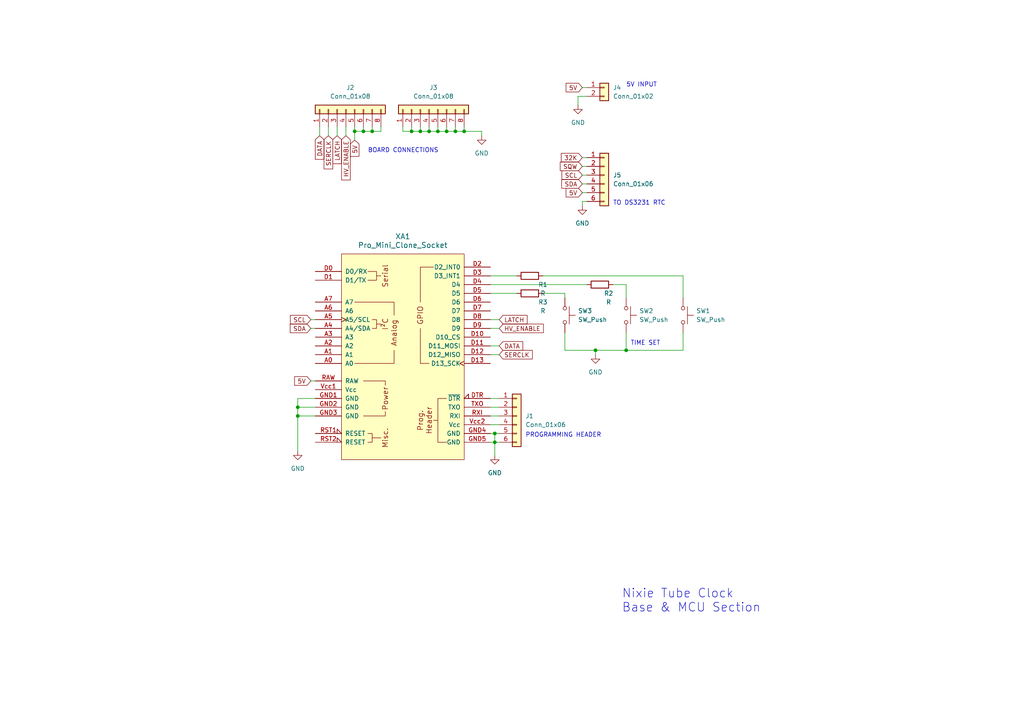
<source format=kicad_sch>
(kicad_sch (version 20230121) (generator eeschema)
  (paper "A4")
  (lib_symbols
    (symbol "Connector_Generic:Conn_01x02" (pin_names (offset 1.016) hide)
      (property "Reference" "J" (at 0 2.54 0))
      (property "Value" "Conn_01x02" (at 0 -5.08 0))
      (symbol "Conn_01x02_1_1"
        (rectangle (start -1.27 -2.413) (end 0 -2.667) (stroke (width 0.1524)))
        (rectangle (start -1.27 0.127) (end 0 -0.127) (stroke (width 0.1524)))
        (rectangle (start -1.27 1.27) (end 1.27 -3.81) (stroke (width 0.254)) (fill (type background)))
        (pin passive line (at -5.08 0 0) (length 3.81) (name "Pin_1") (number "1"))
        (pin passive line (at -5.08 -2.54 0) (length 3.81) (name "Pin_2") (number "2"))
      )
    )
    (symbol "Connector_Generic:Conn_01x06" (pin_names (offset 1.016) hide)
      (property "Reference" "J" (at 0 7.62 0))
      (property "Value" "Conn_01x06" (at 0 -10.16 0))
      (symbol "Conn_01x06_1_1"
        (rectangle (start -1.27 -7.493) (end 0 -7.747) (stroke (width 0.1524)))
        (rectangle (start -1.27 -4.953) (end 0 -5.207) (stroke (width 0.1524)))
        (rectangle (start -1.27 -2.413) (end 0 -2.667) (stroke (width 0.1524)))
        (rectangle (start -1.27 0.127) (end 0 -0.127) (stroke (width 0.1524)))
        (rectangle (start -1.27 2.667) (end 0 2.413) (stroke (width 0.1524)))
        (rectangle (start -1.27 5.207) (end 0 4.953) (stroke (width 0.1524)))
        (rectangle (start -1.27 6.35) (end 1.27 -8.89) (stroke (width 0.254)) (fill (type background)))
        (pin passive line (at -5.08 5.08 0) (length 3.81) (name "Pin_1") (number "1"))
        (pin passive line (at -5.08 2.54 0) (length 3.81) (name "Pin_2") (number "2"))
        (pin passive line (at -5.08 0 0) (length 3.81) (name "Pin_3") (number "3"))
        (pin passive line (at -5.08 -2.54 0) (length 3.81) (name "Pin_4") (number "4"))
        (pin passive line (at -5.08 -5.08 0) (length 3.81) (name "Pin_5") (number "5"))
        (pin passive line (at -5.08 -7.62 0) (length 3.81) (name "Pin_6") (number "6"))
      )
    )
    (symbol "Connector_Generic:Conn_01x08" (pin_names (offset 1.016) hide)
      (property "Reference" "J" (at 0 10.16 0))
      (property "Value" "Conn_01x08" (at 0 -12.7 0))
      (symbol "Conn_01x08_1_1"
        (rectangle (start -1.27 -10.033) (end 0 -10.287) (stroke (width 0.1524)))
        (rectangle (start -1.27 -7.493) (end 0 -7.747) (stroke (width 0.1524)))
        (rectangle (start -1.27 -4.953) (end 0 -5.207) (stroke (width 0.1524)))
        (rectangle (start -1.27 -2.413) (end 0 -2.667) (stroke (width 0.1524)))
        (rectangle (start -1.27 0.127) (end 0 -0.127) (stroke (width 0.1524)))
        (rectangle (start -1.27 2.667) (end 0 2.413) (stroke (width 0.1524)))
        (rectangle (start -1.27 5.207) (end 0 4.953) (stroke (width 0.1524)))
        (rectangle (start -1.27 7.747) (end 0 7.493) (stroke (width 0.1524)))
        (rectangle (start -1.27 8.89) (end 1.27 -11.43) (stroke (width 0.254)) (fill (type background)))
        (pin passive line (at -5.08 7.62 0) (length 3.81) (name "Pin_1") (number "1"))
        (pin passive line (at -5.08 5.08 0) (length 3.81) (name "Pin_2") (number "2"))
        (pin passive line (at -5.08 2.54 0) (length 3.81) (name "Pin_3") (number "3"))
        (pin passive line (at -5.08 0 0) (length 3.81) (name "Pin_4") (number "4"))
        (pin passive line (at -5.08 -2.54 0) (length 3.81) (name "Pin_5") (number "5"))
        (pin passive line (at -5.08 -5.08 0) (length 3.81) (name "Pin_6") (number "6"))
        (pin passive line (at -5.08 -7.62 0) (length 3.81) (name "Pin_7") (number "7"))
        (pin passive line (at -5.08 -10.16 0) (length 3.81) (name "Pin_8") (number "8"))
      )
    )
    (symbol "Device:R" (pin_numbers hide) (pin_names (offset 0))
      (property "Reference" "R" (at 2.032 0 90))
      (property "Value" "R" (at 0 0 90))
      (symbol "R_0_1"
        (rectangle (start -1.016 -2.54) (end 1.016 2.54) (stroke (width 0.254)))
      )
      (symbol "R_1_1"
        (pin passive line (at 0 3.81 270) (length 1.27) (name "~") (number "1"))
        (pin passive line (at 0 -3.81 90) (length 1.27) (name "~") (number "2"))
      )
    )
    (symbol "PCM_arduino-library:Pro_Mini_Clone_Socket" (pin_names (offset 1.016))
      (property "Reference" "XA" (at 0 36.83 0))
      (property "Value" "Pro_Mini_Clone_Socket" (at 0 33.02 0))
      (symbol "Pro_Mini_Clone_Socket_0_0"
        (rectangle (start -17.78 30.48) (end 17.78 -29.21) (fill (type background)))
        (polyline (pts (xy -7.62 10.16) (xy -6.35 10.16)))
        (polyline (pts (xy -7.62 24.13) (xy -6.35 24.13)))
        (polyline (pts (xy -6.35 -22.86) (xy -8.89 -22.86)))
        (polyline (pts (xy -11.43 -16.51) (xy -5.08 -16.51) (xy -5.08 -15.24)))
        (polyline (pts (xy -5.08 -7.62) (xy -5.08 -6.35) (xy -11.43 -6.35)))
        (polyline (pts (xy -2.54 2.54) (xy -2.54 -1.27) (xy -13.97 -1.27)))
        (polyline (pts (xy -2.54 12.7) (xy -2.54 16.51) (xy -13.97 16.51)))
        (polyline (pts (xy -10.16 25.4) (xy -7.62 25.4) (xy -7.62 22.86) (xy -10.16 22.86)))
        (polyline (pts (xy -8.89 11.43) (xy -7.62 11.43) (xy -7.62 8.89) (xy -8.89 8.89)))
        (polyline (pts (xy 12.7 -11.43) (xy 10.16 -11.43) (xy 10.16 -16.51) (xy 10.16 -17.78) (xy 8.89 -17.78) (xy 10.16 -17.78) (xy 10.16 -24.13) (xy 12.7 -24.13)))
        (text "Analog" (at -2.54 7.62 900) (effects (font (size 1.524 1.524))))
        (text "Header" (at 7.62 -17.78 900) (effects (font (size 1.524 1.524))))
        (text "I²C" (at -5.08 10.16 900) (effects (font (size 1.524 1.524))))
        (text "Misc." (at -5.08 -22.86 900) (effects (font (size 1.524 1.524))))
        (text "Power" (at -5.08 -11.43 900) (effects (font (size 1.524 1.524))))
        (text "Prog." (at 5.08 -17.78 900) (effects (font (size 1.524 1.524))))
        (text "Serial" (at -5.08 24.13 900) (effects (font (size 1.524 1.524))))
      )
      (symbol "Pro_Mini_Clone_Socket_0_1"
        (polyline (pts (xy 7.62 -1.27) (xy 5.08 -1.27) (xy 5.08 8.89)))
        (polyline (pts (xy 8.89 26.67) (xy 5.08 26.67) (xy 5.08 16.51)))
        (polyline (pts (xy -10.16 -24.13) (xy -8.89 -24.13) (xy -8.89 -21.59) (xy -10.16 -21.59)))
      )
      (symbol "Pro_Mini_Clone_Socket_1_0"
        (text "GPIO" (at 5.08 12.7 900) (effects (font (size 1.524 1.524))))
      )
      (symbol "Pro_Mini_Clone_Socket_1_1"
        (pin bidirectional line (at -25.4 -1.27 0) (length 7.62) (name "A0") (number "A0"))
        (pin bidirectional line (at -25.4 1.27 0) (length 7.62) (name "A1") (number "A1"))
        (pin bidirectional line (at -25.4 3.81 0) (length 7.62) (name "A2") (number "A2"))
        (pin bidirectional line (at -25.4 6.35 0) (length 7.62) (name "A3") (number "A3"))
        (pin bidirectional line (at -25.4 8.89 0) (length 7.62) (name "A4/SDA") (number "A4"))
        (pin bidirectional clock (at -25.4 11.43 0) (length 7.62) (name "A5/SCL") (number "A5"))
        (pin input line (at -25.4 13.97 0) (length 7.62) (name "A6") (number "A6"))
        (pin input line (at -25.4 16.51 0) (length 7.62) (name "A7") (number "A7"))
        (pin bidirectional line (at -25.4 25.4 0) (length 7.62) (name "D0/RX") (number "D0"))
        (pin bidirectional line (at -25.4 22.86 0) (length 7.62) (name "D1/TX") (number "D1"))
        (pin bidirectional line (at 25.4 6.35 180) (length 7.62) (name "D10_CS") (number "D10"))
        (pin bidirectional line (at 25.4 3.81 180) (length 7.62) (name "D11_MOSI") (number "D11"))
        (pin bidirectional line (at 25.4 1.27 180) (length 7.62) (name "D12_MISO") (number "D12"))
        (pin bidirectional clock (at 25.4 -1.27 180) (length 7.62) (name "D13_SCK") (number "D13"))
        (pin bidirectional line (at 25.4 26.67 180) (length 7.62) (name "D2_INT0") (number "D2"))
        (pin bidirectional line (at 25.4 24.13 180) (length 7.62) (name "D3_INT1") (number "D3"))
        (pin bidirectional line (at 25.4 21.59 180) (length 7.62) (name "D4") (number "D4"))
        (pin bidirectional line (at 25.4 19.05 180) (length 7.62) (name "D5") (number "D5"))
        (pin bidirectional line (at 25.4 16.51 180) (length 7.62) (name "D6") (number "D6"))
        (pin bidirectional line (at 25.4 13.97 180) (length 7.62) (name "D7") (number "D7"))
        (pin bidirectional line (at 25.4 11.43 180) (length 7.62) (name "D8") (number "D8"))
        (pin bidirectional line (at 25.4 8.89 180) (length 7.62) (name "D9") (number "D9"))
        (pin input input_low (at 25.4 -11.43 180) (length 7.62) (name "~{DTR}") (number "DTR"))
        (pin power_in line (at -25.4 -11.43 0) (length 7.62) (name "GND") (number "GND1"))
        (pin power_in line (at -25.4 -13.97 0) (length 7.62) (name "GND") (number "GND2"))
        (pin power_in line (at -25.4 -16.51 0) (length 7.62) (name "GND") (number "GND3"))
        (pin power_in line (at 25.4 -21.59 180) (length 7.62) (name "GND") (number "GND4"))
        (pin power_in line (at 25.4 -24.13 180) (length 7.62) (name "GND") (number "GND5"))
        (pin power_in line (at -25.4 -6.35 0) (length 7.62) (name "RAW") (number "RAW"))
        (pin open_collector input_low (at -25.4 -21.59 0) (length 7.62) (name "RESET") (number "RST1"))
        (pin open_collector input_low (at -25.4 -24.13 0) (length 7.62) (name "RESET") (number "RST2"))
        (pin input line (at 25.4 -16.51 180) (length 7.62) (name "RXI") (number "RXI"))
        (pin output line (at 25.4 -13.97 180) (length 7.62) (name "TXO") (number "TXO"))
        (pin power_in line (at -25.4 -8.89 0) (length 7.62) (name "Vcc") (number "Vcc1"))
        (pin power_in line (at 25.4 -19.05 180) (length 7.62) (name "Vcc") (number "Vcc2"))
      )
    )
    (symbol "Switch:SW_Push" (pin_numbers hide) (pin_names (offset 1.016) hide)
      (property "Reference" "SW" (at 1.27 2.54 0))
      (property "Value" "SW_Push" (at 0 -1.524 0))
      (symbol "SW_Push_0_1"
        (circle (center -2.032 0) (radius 0.508))
        (polyline (pts (xy 0 1.27) (xy 0 3.048)))
        (polyline (pts (xy 2.54 1.27) (xy -2.54 1.27)))
        (circle (center 2.032 0) (radius 0.508))
        (pin passive line (at -5.08 0 0) (length 2.54) (name "1") (number "1"))
        (pin passive line (at 5.08 0 180) (length 2.54) (name "2") (number "2"))
      )
    )
    (symbol "power:GND" (power) (pin_names (offset 0))
      (property "Value" "GND" (at 0 -3.81 0))
      (symbol "GND_0_1"
        (polyline (pts (xy 0 0) (xy 0 -1.27) (xy 1.27 -1.27) (xy 0 -2.54) (xy -1.27 -1.27) (xy 0 -1.27)))
      )
      (symbol "GND_1_1"
        (pin power_in line (at 0 0 270) (length 0) hide (name "GND") (number "1"))
      )
    )
  )
  (junction (at 127 38.1))
  (junction (at 86.36 118.11))
  (junction (at 129.54 38.1))
  (junction (at 143.51 128.27))
  (junction (at 181.61 101.6))
  (junction (at 86.36 120.65))
  (junction (at 107.95 38.1))
  (junction (at 119.38 38.1))
  (junction (at 172.72 101.6))
  (junction (at 143.51 125.73))
  (junction (at 121.92 38.1))
  (junction (at 132.08 38.1))
  (junction (at 124.46 38.1))
  (junction (at 105.41 38.1))
  (junction (at 102.87 38.1))
  (junction (at 134.62 38.1))
  (wire (pts (xy 198.12 96.52) (xy 198.12 101.6)))
  (wire (pts (xy 168.91 59.69) (xy 168.91 58.42)))
  (wire (pts (xy 92.71 36.83) (xy 92.71 39.37)))
  (wire (pts (xy 90.17 110.49) (xy 91.44 110.49)))
  (wire (pts (xy 142.24 128.27) (xy 143.51 128.27)))
  (wire (pts (xy 198.12 80.01) (xy 157.48 80.01)))
  (wire (pts (xy 105.41 38.1) (xy 102.87 38.1)))
  (wire (pts (xy 86.36 130.81) (xy 86.36 120.65)))
  (wire (pts (xy 198.12 101.6) (xy 181.61 101.6)))
  (wire (pts (xy 142.24 115.57) (xy 144.78 115.57)))
  (wire (pts (xy 143.51 128.27) (xy 144.78 128.27)))
  (wire (pts (xy 86.36 115.57) (xy 86.36 118.11)))
  (wire (pts (xy 107.95 36.83) (xy 107.95 38.1)))
  (wire (pts (xy 172.72 102.87) (xy 172.72 101.6)))
  (wire (pts (xy 86.36 120.65) (xy 86.36 118.11)))
  (wire (pts (xy 198.12 86.36) (xy 198.12 80.01)))
  (wire (pts (xy 134.62 36.83) (xy 134.62 38.1)))
  (wire (pts (xy 168.91 25.4) (xy 170.18 25.4)))
  (wire (pts (xy 124.46 38.1) (xy 121.92 38.1)))
  (wire (pts (xy 167.64 27.94) (xy 167.64 30.48)))
  (wire (pts (xy 116.84 38.1) (xy 116.84 36.83)))
  (wire (pts (xy 172.72 101.6) (xy 181.61 101.6)))
  (wire (pts (xy 127 38.1) (xy 124.46 38.1)))
  (wire (pts (xy 167.64 27.94) (xy 170.18 27.94)))
  (wire (pts (xy 129.54 36.83) (xy 129.54 38.1)))
  (wire (pts (xy 142.24 82.55) (xy 170.18 82.55)))
  (wire (pts (xy 95.25 36.83) (xy 95.25 39.37)))
  (wire (pts (xy 168.91 48.26) (xy 170.18 48.26)))
  (wire (pts (xy 181.61 101.6) (xy 181.61 96.52)))
  (wire (pts (xy 90.17 95.25) (xy 91.44 95.25)))
  (wire (pts (xy 163.83 101.6) (xy 172.72 101.6)))
  (wire (pts (xy 121.92 36.83) (xy 121.92 38.1)))
  (wire (pts (xy 177.8 82.55) (xy 181.61 82.55)))
  (wire (pts (xy 168.91 53.34) (xy 170.18 53.34)))
  (wire (pts (xy 119.38 36.83) (xy 119.38 38.1)))
  (wire (pts (xy 134.62 38.1) (xy 132.08 38.1)))
  (wire (pts (xy 142.24 100.33) (xy 144.78 100.33)))
  (wire (pts (xy 132.08 38.1) (xy 129.54 38.1)))
  (wire (pts (xy 142.24 92.71) (xy 144.78 92.71)))
  (wire (pts (xy 127 36.83) (xy 127 38.1)))
  (wire (pts (xy 143.51 125.73) (xy 143.51 128.27)))
  (wire (pts (xy 102.87 38.1) (xy 102.87 40.64)))
  (wire (pts (xy 91.44 115.57) (xy 86.36 115.57)))
  (wire (pts (xy 110.49 36.83) (xy 110.49 38.1)))
  (wire (pts (xy 100.33 36.83) (xy 100.33 39.37)))
  (wire (pts (xy 168.91 58.42) (xy 170.18 58.42)))
  (wire (pts (xy 168.91 55.88) (xy 170.18 55.88)))
  (wire (pts (xy 86.36 120.65) (xy 91.44 120.65)))
  (wire (pts (xy 142.24 85.09) (xy 149.86 85.09)))
  (wire (pts (xy 110.49 38.1) (xy 107.95 38.1)))
  (wire (pts (xy 102.87 36.83) (xy 102.87 38.1)))
  (wire (pts (xy 142.24 80.01) (xy 149.86 80.01)))
  (wire (pts (xy 132.08 36.83) (xy 132.08 38.1)))
  (wire (pts (xy 121.92 38.1) (xy 119.38 38.1)))
  (wire (pts (xy 139.7 39.37) (xy 139.7 38.1)))
  (wire (pts (xy 168.91 45.72) (xy 170.18 45.72)))
  (wire (pts (xy 142.24 102.87) (xy 144.78 102.87)))
  (wire (pts (xy 142.24 120.65) (xy 144.78 120.65)))
  (wire (pts (xy 107.95 38.1) (xy 105.41 38.1)))
  (wire (pts (xy 163.83 96.52) (xy 163.83 101.6)))
  (wire (pts (xy 90.17 92.71) (xy 91.44 92.71)))
  (wire (pts (xy 143.51 125.73) (xy 144.78 125.73)))
  (wire (pts (xy 105.41 36.83) (xy 105.41 38.1)))
  (wire (pts (xy 163.83 86.36) (xy 163.83 85.09)))
  (wire (pts (xy 157.48 85.09) (xy 163.83 85.09)))
  (wire (pts (xy 119.38 38.1) (xy 116.84 38.1)))
  (wire (pts (xy 139.7 38.1) (xy 134.62 38.1)))
  (wire (pts (xy 142.24 125.73) (xy 143.51 125.73)))
  (wire (pts (xy 86.36 118.11) (xy 91.44 118.11)))
  (wire (pts (xy 142.24 118.11) (xy 144.78 118.11)))
  (wire (pts (xy 181.61 82.55) (xy 181.61 86.36)))
  (wire (pts (xy 168.91 50.8) (xy 170.18 50.8)))
  (wire (pts (xy 142.24 123.19) (xy 144.78 123.19)))
  (wire (pts (xy 124.46 36.83) (xy 124.46 38.1)))
  (wire (pts (xy 143.51 128.27) (xy 143.51 132.08)))
  (wire (pts (xy 142.24 95.25) (xy 144.78 95.25)))
  (wire (pts (xy 129.54 38.1) (xy 127 38.1)))
  (wire (pts (xy 97.79 36.83) (xy 97.79 39.37)))
  (text "TO DS3231 RTC" (at 177.8 59.69 0) (effects (font (size 1.27 1.27)) (justify left bottom)))
  (text "5V INPUT" (at 181.61 25.4 0) (effects (font (size 1.27 1.27)) (justify left bottom)))
  (text "Nixie Tube Clock\nBase & MCU Section" (at 180.34 177.8 0) (effects (font (size 2.54 2.54)) (justify left bottom)))
  (text "PROGRAMMING HEADER\n" (at 152.4 127 0) (effects (font (size 1.27 1.27)) (justify left bottom)))
  (text "TIME SET" (at 182.88 100.33 0) (effects (font (size 1.27 1.27)) (justify left bottom)))
  (text "BOARD CONNECTIONS" (at 106.68 44.45 0) (effects (font (size 1.27 1.27)) (justify left bottom)))
  (global_label "5V" (shape input) (at 102.87 40.64 270) (property "Intersheetrefs" "${INTERSHEET_REFS}" (effects hide)))
  (global_label "SDA" (shape input) (at 168.91 53.34 180) (property "Intersheetrefs" "${INTERSHEET_REFS}" (effects hide)))
  (global_label "DATA" (shape input) (at 92.71 39.37 270) (property "Intersheetrefs" "${INTERSHEET_REFS}" (effects hide)))
  (global_label "DATA" (shape input) (at 144.78 100.33 0) (property "Intersheetrefs" "${INTERSHEET_REFS}" (effects hide)))
  (global_label "32K" (shape input) (at 168.91 45.72 180) (property "Intersheetrefs" "${INTERSHEET_REFS}" (effects hide)))
  (global_label "SDA" (shape input) (at 90.17 95.25 180) (property "Intersheetrefs" "${INTERSHEET_REFS}" (effects hide)))
  (global_label "LATCH" (shape input) (at 144.78 92.71 0) (property "Intersheetrefs" "${INTERSHEET_REFS}" (effects hide)))
  (global_label "5V" (shape input) (at 168.91 25.4 180) (property "Intersheetrefs" "${INTERSHEET_REFS}" (effects hide)))
  (global_label "SQW" (shape input) (at 168.91 48.26 180) (property "Intersheetrefs" "${INTERSHEET_REFS}" (effects hide)))
  (global_label "5V" (shape input) (at 90.17 110.49 180) (property "Intersheetrefs" "${INTERSHEET_REFS}" (effects hide)))
  (global_label "5V" (shape input) (at 168.91 55.88 180) (property "Intersheetrefs" "${INTERSHEET_REFS}" (effects hide)))
  (global_label "SCL" (shape input) (at 90.17 92.71 180) (property "Intersheetrefs" "${INTERSHEET_REFS}" (effects hide)))
  (global_label "SCL" (shape input) (at 168.91 50.8 180) (property "Intersheetrefs" "${INTERSHEET_REFS}" (effects hide)))
  (global_label "SERCLK" (shape input) (at 144.78 102.87 0) (property "Intersheetrefs" "${INTERSHEET_REFS}" (effects hide)))
  (global_label "LATCH" (shape input) (at 97.79 39.37 270) (property "Intersheetrefs" "${INTERSHEET_REFS}" (effects hide)))
  (global_label "SERCLK" (shape input) (at 95.25 39.37 270) (property "Intersheetrefs" "${INTERSHEET_REFS}" (effects hide)))
  (global_label "HV_ENABLE" (shape input) (at 144.78 95.25 0) (property "Intersheetrefs" "${INTERSHEET_REFS}" (effects hide)))
  (global_label "HV_ENABLE" (shape input) (at 100.33 39.37 270) (property "Intersheetrefs" "${INTERSHEET_REFS}" (effects hide)))
  (symbol (lib_id "Device:R") (at 153.67 80.01 90) (unit 1)
    (property "Reference" "R1" (at 157.48 82.55 90))
    (property "Value" "R" (at 157.48 85.09 90))
    (property "Footprint" "Resistor_THT:R_Axial_DIN0207_L6.3mm_D2.5mm_P7.62mm_Horizontal" (effects hide))
  )
  (symbol (lib_id "Connector_Generic:Conn_01x02") (at 175.26 25.4 0) (unit 1)
    (property "Reference" "J4" (at 177.8 25.4 0) (effects (justify left)))
    (property "Value" "Conn_01x02" (at 177.8 27.94 0) (effects (justify left)))
    (property "Footprint" "Connector_PinHeader_2.54mm:PinHeader_1x02_P2.54mm_Vertical" (effects hide))
  )
  (symbol (lib_id "Switch:SW_Push") (at 181.61 91.44 270) (unit 1)
    (property "Reference" "SW2" (at 185.42 90.17 90) (effects (justify left)))
    (property "Value" "SW_Push" (at 185.42 92.71 90) (effects (justify left)))
    (property "Footprint" "Connector_PinHeader_2.54mm:PinHeader_1x02_P2.54mm_Vertical" (effects hide))
  )
  (symbol (lib_id "power:GND") (at 86.36 130.81 0) (unit 1)
    (property "Reference" "#PWR01" (effects hide))
    (property "Value" "GND" (at 86.36 135.89 0))
  )
  (symbol (lib_id "power:GND") (at 168.91 59.69 0) (unit 1)
    (property "Reference" "#PWR06" (effects hide))
    (property "Value" "GND" (at 168.91 64.77 0))
  )
  (symbol (lib_id "Device:R") (at 153.67 85.09 90) (unit 1)
    (property "Reference" "R3" (at 157.48 87.63 90))
    (property "Value" "R" (at 157.48 90.17 90))
    (property "Footprint" "Resistor_THT:R_Axial_DIN0207_L6.3mm_D2.5mm_P7.62mm_Horizontal" (effects hide))
  )
  (symbol (lib_id "Switch:SW_Push") (at 163.83 91.44 270) (unit 1)
    (property "Reference" "SW3" (at 167.64 90.17 90) (effects (justify left)))
    (property "Value" "SW_Push" (at 167.64 92.71 90) (effects (justify left)))
    (property "Footprint" "Connector_PinHeader_2.54mm:PinHeader_1x02_P2.54mm_Vertical" (effects hide))
  )
  (symbol (lib_id "power:GND") (at 172.72 102.87 0) (unit 1)
    (property "Reference" "#PWR03" (effects hide))
    (property "Value" "GND" (at 172.72 107.95 0))
  )
  (symbol (lib_id "power:GND") (at 139.7 39.37 0) (unit 1)
    (property "Reference" "#PWR04" (effects hide))
    (property "Value" "GND" (at 139.7 44.45 0))
  )
  (symbol (lib_id "Switch:SW_Push") (at 198.12 91.44 270) (unit 1)
    (property "Reference" "SW1" (at 201.93 90.17 90) (effects (justify left)))
    (property "Value" "SW_Push" (at 201.93 92.71 90) (effects (justify left)))
    (property "Footprint" "Connector_PinHeader_2.54mm:PinHeader_1x02_P2.54mm_Vertical" (effects hide))
  )
  (symbol (lib_id "Connector_Generic:Conn_01x06") (at 149.86 120.65 0) (unit 1)
    (property "Reference" "J1" (at 152.4 120.65 0) (effects (justify left)))
    (property "Value" "Conn_01x06" (at 152.4 123.19 0) (effects (justify left)))
    (property "Footprint" "Connector_PinHeader_2.54mm:PinHeader_1x06_P2.54mm_Vertical" (effects hide))
  )
  (symbol (lib_id "power:GND") (at 167.64 30.48 0) (unit 1)
    (property "Reference" "#PWR05" (effects hide))
    (property "Value" "GND" (at 167.64 35.56 0))
  )
  (symbol (lib_id "power:GND") (at 143.51 132.08 0) (unit 1)
    (property "Reference" "#PWR02" (effects hide))
    (property "Value" "GND" (at 143.51 137.16 0))
  )
  (symbol (lib_id "Connector_Generic:Conn_01x08") (at 124.46 31.75 90) (unit 1)
    (property "Reference" "J3" (at 125.73 25.4 90))
    (property "Value" "Conn_01x08" (at 125.73 27.94 90))
    (property "Footprint" "Connector_PinHeader_2.54mm:PinHeader_1x08_P2.54mm_Vertical" (effects hide))
  )
  (symbol (lib_id "Device:R") (at 173.99 82.55 90) (unit 1)
    (property "Reference" "R2" (at 176.53 85.09 90))
    (property "Value" "R" (at 176.53 87.63 90))
    (property "Footprint" "Resistor_THT:R_Axial_DIN0207_L6.3mm_D2.5mm_P7.62mm_Horizontal" (effects hide))
  )
  (symbol (lib_id "Connector_Generic:Conn_01x08") (at 100.33 31.75 90) (unit 1)
    (property "Reference" "J2" (at 101.6 25.4 90))
    (property "Value" "Conn_01x08" (at 101.6 27.94 90))
    (property "Footprint" "Connector_PinHeader_2.54mm:PinHeader_1x08_P2.54mm_Vertical" (effects hide))
  )
  (symbol (lib_id "PCM_arduino-library:Pro_Mini_Clone_Socket") (at 116.84 104.14 0) (unit 1)
    (property "Reference" "XA1" (at 116.84 68.58 0) (effects (font (size 1.524 1.524))))
    (property "Value" "Pro_Mini_Clone_Socket" (at 116.84 71.12 0) (effects (font (size 1.524 1.524))))
    (property "Footprint" "PCM_arduino-library:Pro_Mini_Clone_Socket" (effects hide))
    (property "Datasheet" "https://www.addicore.com/Pro-Mini-p/ad249.htm" (effects hide))
  )
  (symbol (lib_id "Connector_Generic:Conn_01x06") (at 175.26 50.8 0) (unit 1)
    (property "Reference" "J5" (at 177.8 50.8 0) (effects (justify left)))
    (property "Value" "Conn_01x06" (at 177.8 53.34 0) (effects (justify left)))
    (property "Footprint" "Connector_PinHeader_2.54mm:PinHeader_1x06_P2.54mm_Vertical" (effects hide))
  )
)
</source>
